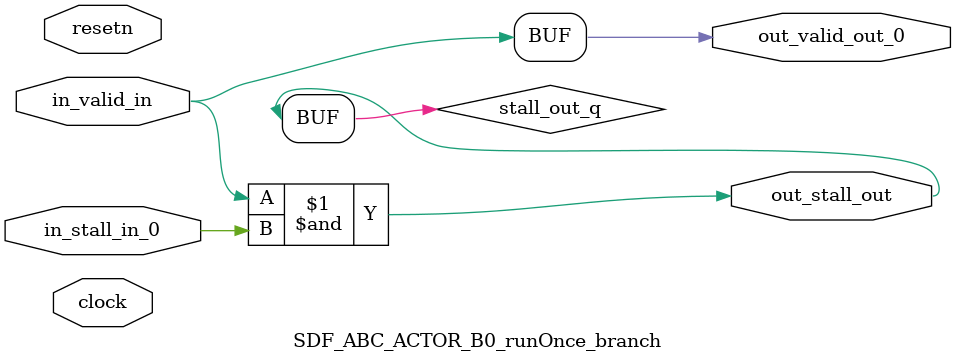
<source format=sv>



(* altera_attribute = "-name AUTO_SHIFT_REGISTER_RECOGNITION OFF; -name MESSAGE_DISABLE 10036; -name MESSAGE_DISABLE 10037; -name MESSAGE_DISABLE 14130; -name MESSAGE_DISABLE 14320; -name MESSAGE_DISABLE 15400; -name MESSAGE_DISABLE 14130; -name MESSAGE_DISABLE 10036; -name MESSAGE_DISABLE 12020; -name MESSAGE_DISABLE 12030; -name MESSAGE_DISABLE 12010; -name MESSAGE_DISABLE 12110; -name MESSAGE_DISABLE 14320; -name MESSAGE_DISABLE 13410; -name MESSAGE_DISABLE 113007; -name MESSAGE_DISABLE 10958" *)
module SDF_ABC_ACTOR_B0_runOnce_branch (
    input wire [0:0] in_stall_in_0,
    input wire [0:0] in_valid_in,
    output wire [0:0] out_stall_out,
    output wire [0:0] out_valid_out_0,
    input wire clock,
    input wire resetn
    );

    wire [0:0] stall_out_q;


    // stall_out(LOGICAL,6)
    assign stall_out_q = in_valid_in & in_stall_in_0;

    // out_stall_out(GPOUT,4)
    assign out_stall_out = stall_out_q;

    // out_valid_out_0(GPOUT,5)
    assign out_valid_out_0 = in_valid_in;

endmodule

</source>
